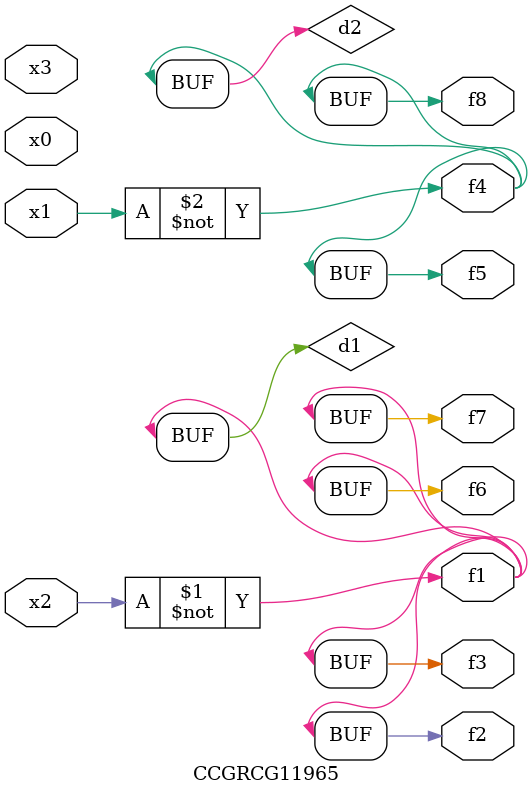
<source format=v>
module CCGRCG11965(
	input x0, x1, x2, x3,
	output f1, f2, f3, f4, f5, f6, f7, f8
);

	wire d1, d2;

	xnor (d1, x2);
	not (d2, x1);
	assign f1 = d1;
	assign f2 = d1;
	assign f3 = d1;
	assign f4 = d2;
	assign f5 = d2;
	assign f6 = d1;
	assign f7 = d1;
	assign f8 = d2;
endmodule

</source>
